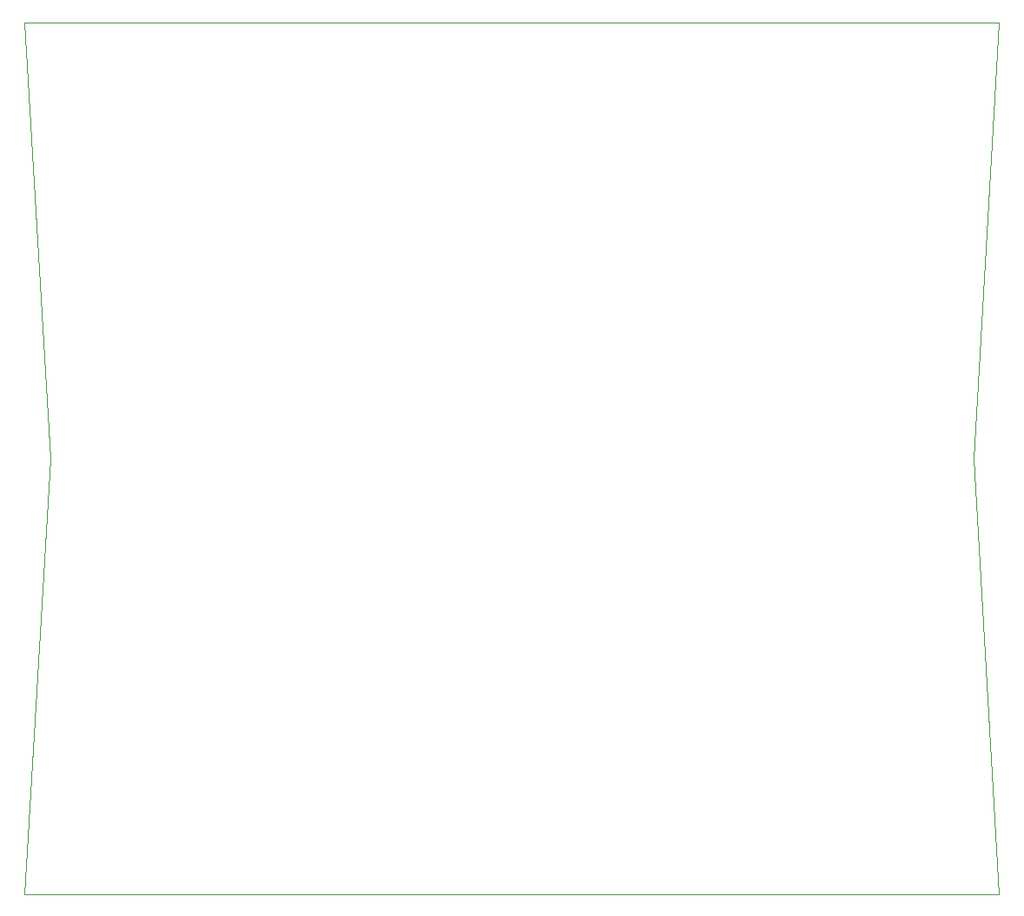
<source format=gbr>
%TF.GenerationSoftware,KiCad,Pcbnew,9.0.3*%
%TF.CreationDate,2026-01-13T08:35:30-05:00*%
%TF.ProjectId,MASTER,4d415354-4552-42e6-9b69-6361645f7063,rev?*%
%TF.SameCoordinates,Original*%
%TF.FileFunction,Other,User*%
%FSLAX46Y46*%
G04 Gerber Fmt 4.6, Leading zero omitted, Abs format (unit mm)*
G04 Created by KiCad (PCBNEW 9.0.3) date 2026-01-13 08:35:30*
%MOMM*%
%LPD*%
G01*
G04 APERTURE LIST*
%ADD10C,0.050000*%
G04 APERTURE END LIST*
D10*
X154000000Y-78500000D02*
X156500000Y-36000000D01*
X61500000Y-36000000D02*
X156500000Y-36000000D01*
X156500000Y-121000000D02*
X61500000Y-121000000D01*
X156500000Y-121000000D02*
X154000000Y-78500000D01*
X61500000Y-121000000D02*
X64000000Y-78500000D01*
X61500000Y-36000000D02*
X64000000Y-78500000D01*
M02*

</source>
